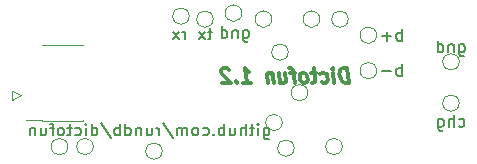
<source format=gbr>
G04 #@! TF.GenerationSoftware,KiCad,Pcbnew,(6.0.4)*
G04 #@! TF.CreationDate,2022-04-30T14:08:03+02:00*
G04 #@! TF.ProjectId,nRF52832_qfaa,6e524635-3238-4333-925f-716661612e6b,rev?*
G04 #@! TF.SameCoordinates,Original*
G04 #@! TF.FileFunction,Legend,Bot*
G04 #@! TF.FilePolarity,Positive*
%FSLAX45Y45*%
G04 Gerber Fmt 4.5, Leading zero omitted, Abs format (unit mm)*
G04 Created by KiCad (PCBNEW (6.0.4)) date 2022-04-30 14:08:03*
%MOMM*%
%LPD*%
G01*
G04 APERTURE LIST*
%ADD10C,0.120000*%
%ADD11C,0.150000*%
%ADD12C,0.300000*%
G04 APERTURE END LIST*
D10*
X3180080Y-3680460D02*
X3180080Y-3604260D01*
X3180080Y-3604260D02*
X3256280Y-3642360D01*
X3256280Y-3642360D02*
X3180080Y-3680460D01*
D11*
X4645019Y-3169438D02*
X4645019Y-3102771D01*
X4645019Y-3121819D02*
X4640257Y-3112295D01*
X4635495Y-3107533D01*
X4625971Y-3102771D01*
X4616448Y-3102771D01*
X4592638Y-3169438D02*
X4540257Y-3102771D01*
X4592638Y-3102771D02*
X4540257Y-3169438D01*
X5136348Y-3090071D02*
X5136348Y-3171024D01*
X5141110Y-3180548D01*
X5145871Y-3185309D01*
X5155395Y-3190071D01*
X5169681Y-3190071D01*
X5179205Y-3185309D01*
X5136348Y-3151976D02*
X5145871Y-3156738D01*
X5164919Y-3156738D01*
X5174443Y-3151976D01*
X5179205Y-3147214D01*
X5183967Y-3137690D01*
X5183967Y-3109119D01*
X5179205Y-3099595D01*
X5174443Y-3094833D01*
X5164919Y-3090071D01*
X5145871Y-3090071D01*
X5136348Y-3094833D01*
X5088729Y-3090071D02*
X5088729Y-3156738D01*
X5088729Y-3099595D02*
X5083967Y-3094833D01*
X5074443Y-3090071D01*
X5060157Y-3090071D01*
X5050633Y-3094833D01*
X5045871Y-3104357D01*
X5045871Y-3156738D01*
X4955395Y-3156738D02*
X4955395Y-3056738D01*
X4955395Y-3151976D02*
X4964919Y-3156738D01*
X4983967Y-3156738D01*
X4993490Y-3151976D01*
X4998252Y-3147214D01*
X5003014Y-3137690D01*
X5003014Y-3109119D01*
X4998252Y-3099595D01*
X4993490Y-3094833D01*
X4983967Y-3090071D01*
X4964919Y-3090071D01*
X4955395Y-3094833D01*
D12*
X6029189Y-3534086D02*
X6014189Y-3414086D01*
X5985618Y-3414086D01*
X5969189Y-3419800D01*
X5959189Y-3431228D01*
X5954903Y-3442657D01*
X5952046Y-3465514D01*
X5954189Y-3482657D01*
X5962761Y-3505514D01*
X5969903Y-3516943D01*
X5982761Y-3528371D01*
X6000618Y-3534086D01*
X6029189Y-3534086D01*
X5909189Y-3534086D02*
X5899189Y-3454086D01*
X5894189Y-3414086D02*
X5900618Y-3419800D01*
X5895618Y-3425514D01*
X5889189Y-3419800D01*
X5894189Y-3414086D01*
X5895618Y-3425514D01*
X5799903Y-3528371D02*
X5812046Y-3534086D01*
X5834903Y-3534086D01*
X5845618Y-3528371D01*
X5850618Y-3522657D01*
X5854903Y-3511228D01*
X5850618Y-3476943D01*
X5843475Y-3465514D01*
X5837046Y-3459800D01*
X5824903Y-3454086D01*
X5802046Y-3454086D01*
X5791332Y-3459800D01*
X5756332Y-3454086D02*
X5710618Y-3454086D01*
X5734189Y-3414086D02*
X5747046Y-3516943D01*
X5742761Y-3528371D01*
X5732046Y-3534086D01*
X5720618Y-3534086D01*
X5663475Y-3534086D02*
X5674189Y-3528371D01*
X5679189Y-3522657D01*
X5683475Y-3511228D01*
X5679189Y-3476943D01*
X5672046Y-3465514D01*
X5665618Y-3459800D01*
X5653475Y-3454086D01*
X5636332Y-3454086D01*
X5625618Y-3459800D01*
X5620618Y-3465514D01*
X5616332Y-3476943D01*
X5620618Y-3511228D01*
X5627761Y-3522657D01*
X5634189Y-3528371D01*
X5646332Y-3534086D01*
X5663475Y-3534086D01*
X5579189Y-3454086D02*
X5533475Y-3454086D01*
X5572046Y-3534086D02*
X5559189Y-3431228D01*
X5552046Y-3419800D01*
X5539904Y-3414086D01*
X5528475Y-3414086D01*
X5442046Y-3454086D02*
X5452046Y-3534086D01*
X5493475Y-3454086D02*
X5501332Y-3516943D01*
X5497046Y-3528371D01*
X5486332Y-3534086D01*
X5469189Y-3534086D01*
X5457046Y-3528371D01*
X5450618Y-3522657D01*
X5384904Y-3454086D02*
X5394904Y-3534086D01*
X5386332Y-3465514D02*
X5379904Y-3459800D01*
X5367761Y-3454086D01*
X5350618Y-3454086D01*
X5339904Y-3459800D01*
X5335618Y-3471228D01*
X5343475Y-3534086D01*
X5132046Y-3534086D02*
X5200618Y-3534086D01*
X5166332Y-3534086D02*
X5151332Y-3414086D01*
X5164904Y-3431228D01*
X5177761Y-3442657D01*
X5189904Y-3448371D01*
X5079189Y-3522657D02*
X5074189Y-3528371D01*
X5080618Y-3534086D01*
X5085618Y-3528371D01*
X5079189Y-3522657D01*
X5080618Y-3534086D01*
X5015618Y-3425514D02*
X5009189Y-3419800D01*
X4997046Y-3414086D01*
X4968475Y-3414086D01*
X4957761Y-3419800D01*
X4952761Y-3425514D01*
X4948475Y-3436943D01*
X4949904Y-3448371D01*
X4957761Y-3465514D01*
X5034904Y-3534086D01*
X4960618Y-3534086D01*
D11*
X5310067Y-3915571D02*
X5310067Y-3996524D01*
X5314829Y-4006048D01*
X5319590Y-4010809D01*
X5329114Y-4015571D01*
X5343400Y-4015571D01*
X5352924Y-4010809D01*
X5310067Y-3977476D02*
X5319590Y-3982238D01*
X5338638Y-3982238D01*
X5348162Y-3977476D01*
X5352924Y-3972714D01*
X5357686Y-3963190D01*
X5357686Y-3934619D01*
X5352924Y-3925095D01*
X5348162Y-3920333D01*
X5338638Y-3915571D01*
X5319590Y-3915571D01*
X5310067Y-3920333D01*
X5262448Y-3982238D02*
X5262448Y-3915571D01*
X5262448Y-3882238D02*
X5267210Y-3887000D01*
X5262448Y-3891762D01*
X5257686Y-3887000D01*
X5262448Y-3882238D01*
X5262448Y-3891762D01*
X5229114Y-3915571D02*
X5191019Y-3915571D01*
X5214829Y-3882238D02*
X5214829Y-3967952D01*
X5210067Y-3977476D01*
X5200543Y-3982238D01*
X5191019Y-3982238D01*
X5157686Y-3982238D02*
X5157686Y-3882238D01*
X5114829Y-3982238D02*
X5114829Y-3929857D01*
X5119590Y-3920333D01*
X5129114Y-3915571D01*
X5143400Y-3915571D01*
X5152924Y-3920333D01*
X5157686Y-3925095D01*
X5024352Y-3915571D02*
X5024352Y-3982238D01*
X5067210Y-3915571D02*
X5067210Y-3967952D01*
X5062448Y-3977476D01*
X5052924Y-3982238D01*
X5038638Y-3982238D01*
X5029114Y-3977476D01*
X5024352Y-3972714D01*
X4976733Y-3982238D02*
X4976733Y-3882238D01*
X4976733Y-3920333D02*
X4967210Y-3915571D01*
X4948162Y-3915571D01*
X4938638Y-3920333D01*
X4933876Y-3925095D01*
X4929114Y-3934619D01*
X4929114Y-3963190D01*
X4933876Y-3972714D01*
X4938638Y-3977476D01*
X4948162Y-3982238D01*
X4967210Y-3982238D01*
X4976733Y-3977476D01*
X4886257Y-3972714D02*
X4881495Y-3977476D01*
X4886257Y-3982238D01*
X4891019Y-3977476D01*
X4886257Y-3972714D01*
X4886257Y-3982238D01*
X4795781Y-3977476D02*
X4805305Y-3982238D01*
X4824352Y-3982238D01*
X4833876Y-3977476D01*
X4838638Y-3972714D01*
X4843400Y-3963190D01*
X4843400Y-3934619D01*
X4838638Y-3925095D01*
X4833876Y-3920333D01*
X4824352Y-3915571D01*
X4805305Y-3915571D01*
X4795781Y-3920333D01*
X4738638Y-3982238D02*
X4748162Y-3977476D01*
X4752924Y-3972714D01*
X4757686Y-3963190D01*
X4757686Y-3934619D01*
X4752924Y-3925095D01*
X4748162Y-3920333D01*
X4738638Y-3915571D01*
X4724352Y-3915571D01*
X4714829Y-3920333D01*
X4710067Y-3925095D01*
X4705305Y-3934619D01*
X4705305Y-3963190D01*
X4710067Y-3972714D01*
X4714829Y-3977476D01*
X4724352Y-3982238D01*
X4738638Y-3982238D01*
X4662448Y-3982238D02*
X4662448Y-3915571D01*
X4662448Y-3925095D02*
X4657686Y-3920333D01*
X4648162Y-3915571D01*
X4633876Y-3915571D01*
X4624352Y-3920333D01*
X4619590Y-3929857D01*
X4619590Y-3982238D01*
X4619590Y-3929857D02*
X4614829Y-3920333D01*
X4605305Y-3915571D01*
X4591019Y-3915571D01*
X4581495Y-3920333D01*
X4576733Y-3929857D01*
X4576733Y-3982238D01*
X4457686Y-3877476D02*
X4543400Y-4006048D01*
X4424352Y-3982238D02*
X4424352Y-3915571D01*
X4424352Y-3934619D02*
X4419590Y-3925095D01*
X4414829Y-3920333D01*
X4405305Y-3915571D01*
X4395781Y-3915571D01*
X4319590Y-3915571D02*
X4319590Y-3982238D01*
X4362448Y-3915571D02*
X4362448Y-3967952D01*
X4357686Y-3977476D01*
X4348162Y-3982238D01*
X4333876Y-3982238D01*
X4324352Y-3977476D01*
X4319590Y-3972714D01*
X4271971Y-3915571D02*
X4271971Y-3982238D01*
X4271971Y-3925095D02*
X4267210Y-3920333D01*
X4257686Y-3915571D01*
X4243400Y-3915571D01*
X4233876Y-3920333D01*
X4229114Y-3929857D01*
X4229114Y-3982238D01*
X4138638Y-3982238D02*
X4138638Y-3882238D01*
X4138638Y-3977476D02*
X4148162Y-3982238D01*
X4167209Y-3982238D01*
X4176733Y-3977476D01*
X4181495Y-3972714D01*
X4186257Y-3963190D01*
X4186257Y-3934619D01*
X4181495Y-3925095D01*
X4176733Y-3920333D01*
X4167209Y-3915571D01*
X4148162Y-3915571D01*
X4138638Y-3920333D01*
X4091019Y-3982238D02*
X4091019Y-3882238D01*
X4091019Y-3920333D02*
X4081495Y-3915571D01*
X4062448Y-3915571D01*
X4052924Y-3920333D01*
X4048162Y-3925095D01*
X4043400Y-3934619D01*
X4043400Y-3963190D01*
X4048162Y-3972714D01*
X4052924Y-3977476D01*
X4062448Y-3982238D01*
X4081495Y-3982238D01*
X4091019Y-3977476D01*
X3929114Y-3877476D02*
X4014828Y-4006048D01*
X3852924Y-3982238D02*
X3852924Y-3882238D01*
X3852924Y-3977476D02*
X3862448Y-3982238D01*
X3881495Y-3982238D01*
X3891019Y-3977476D01*
X3895781Y-3972714D01*
X3900543Y-3963190D01*
X3900543Y-3934619D01*
X3895781Y-3925095D01*
X3891019Y-3920333D01*
X3881495Y-3915571D01*
X3862448Y-3915571D01*
X3852924Y-3920333D01*
X3805305Y-3982238D02*
X3805305Y-3915571D01*
X3805305Y-3882238D02*
X3810067Y-3887000D01*
X3805305Y-3891762D01*
X3800543Y-3887000D01*
X3805305Y-3882238D01*
X3805305Y-3891762D01*
X3714828Y-3977476D02*
X3724352Y-3982238D01*
X3743400Y-3982238D01*
X3752924Y-3977476D01*
X3757686Y-3972714D01*
X3762448Y-3963190D01*
X3762448Y-3934619D01*
X3757686Y-3925095D01*
X3752924Y-3920333D01*
X3743400Y-3915571D01*
X3724352Y-3915571D01*
X3714828Y-3920333D01*
X3686257Y-3915571D02*
X3648162Y-3915571D01*
X3671971Y-3882238D02*
X3671971Y-3967952D01*
X3667209Y-3977476D01*
X3657686Y-3982238D01*
X3648162Y-3982238D01*
X3600543Y-3982238D02*
X3610067Y-3977476D01*
X3614828Y-3972714D01*
X3619590Y-3963190D01*
X3619590Y-3934619D01*
X3614828Y-3925095D01*
X3610067Y-3920333D01*
X3600543Y-3915571D01*
X3586257Y-3915571D01*
X3576733Y-3920333D01*
X3571971Y-3925095D01*
X3567209Y-3934619D01*
X3567209Y-3963190D01*
X3571971Y-3972714D01*
X3576733Y-3977476D01*
X3586257Y-3982238D01*
X3600543Y-3982238D01*
X3538638Y-3915571D02*
X3500543Y-3915571D01*
X3524352Y-3982238D02*
X3524352Y-3896524D01*
X3519590Y-3887000D01*
X3510067Y-3882238D01*
X3500543Y-3882238D01*
X3424352Y-3915571D02*
X3424352Y-3982238D01*
X3467209Y-3915571D02*
X3467209Y-3967952D01*
X3462448Y-3977476D01*
X3452924Y-3982238D01*
X3438638Y-3982238D01*
X3429114Y-3977476D01*
X3424352Y-3972714D01*
X3376733Y-3915571D02*
X3376733Y-3982238D01*
X3376733Y-3925095D02*
X3371971Y-3920333D01*
X3362448Y-3915571D01*
X3348162Y-3915571D01*
X3338638Y-3920333D01*
X3333876Y-3929857D01*
X3333876Y-3982238D01*
X4872824Y-3102771D02*
X4834729Y-3102771D01*
X4858538Y-3069438D02*
X4858538Y-3155152D01*
X4853776Y-3164676D01*
X4844252Y-3169438D01*
X4834729Y-3169438D01*
X4810919Y-3169438D02*
X4758538Y-3102771D01*
X4810919Y-3102771D02*
X4758538Y-3169438D01*
X6479613Y-3178698D02*
X6479613Y-3078698D01*
X6479613Y-3116793D02*
X6470089Y-3112031D01*
X6451042Y-3112031D01*
X6441518Y-3116793D01*
X6436756Y-3121555D01*
X6431994Y-3131079D01*
X6431994Y-3159650D01*
X6436756Y-3169174D01*
X6441518Y-3173936D01*
X6451042Y-3178698D01*
X6470089Y-3178698D01*
X6479613Y-3173936D01*
X6389137Y-3140603D02*
X6312947Y-3140603D01*
X6351042Y-3178698D02*
X6351042Y-3102508D01*
X6962947Y-3903936D02*
X6972470Y-3908698D01*
X6991518Y-3908698D01*
X7001042Y-3903936D01*
X7005804Y-3899174D01*
X7010566Y-3889650D01*
X7010566Y-3861079D01*
X7005804Y-3851555D01*
X7001042Y-3846793D01*
X6991518Y-3842031D01*
X6972470Y-3842031D01*
X6962947Y-3846793D01*
X6920089Y-3908698D02*
X6920089Y-3808698D01*
X6877232Y-3908698D02*
X6877232Y-3856317D01*
X6881994Y-3846793D01*
X6891518Y-3842031D01*
X6905804Y-3842031D01*
X6915328Y-3846793D01*
X6920089Y-3851555D01*
X6786756Y-3842031D02*
X6786756Y-3922984D01*
X6791518Y-3932508D01*
X6796280Y-3937269D01*
X6805804Y-3942031D01*
X6820089Y-3942031D01*
X6829613Y-3937269D01*
X6786756Y-3903936D02*
X6796280Y-3908698D01*
X6815328Y-3908698D01*
X6824851Y-3903936D01*
X6829613Y-3899174D01*
X6834375Y-3889650D01*
X6834375Y-3861079D01*
X6829613Y-3851555D01*
X6824851Y-3846793D01*
X6815328Y-3842031D01*
X6796280Y-3842031D01*
X6786756Y-3846793D01*
X6965328Y-3212031D02*
X6965328Y-3292984D01*
X6970089Y-3302508D01*
X6974851Y-3307269D01*
X6984375Y-3312031D01*
X6998661Y-3312031D01*
X7008185Y-3307269D01*
X6965328Y-3273936D02*
X6974851Y-3278698D01*
X6993899Y-3278698D01*
X7003423Y-3273936D01*
X7008185Y-3269174D01*
X7012947Y-3259650D01*
X7012947Y-3231079D01*
X7008185Y-3221555D01*
X7003423Y-3216793D01*
X6993899Y-3212031D01*
X6974851Y-3212031D01*
X6965328Y-3216793D01*
X6917708Y-3212031D02*
X6917708Y-3278698D01*
X6917708Y-3221555D02*
X6912947Y-3216793D01*
X6903423Y-3212031D01*
X6889137Y-3212031D01*
X6879613Y-3216793D01*
X6874851Y-3226317D01*
X6874851Y-3278698D01*
X6784375Y-3278698D02*
X6784375Y-3178698D01*
X6784375Y-3273936D02*
X6793899Y-3278698D01*
X6812947Y-3278698D01*
X6822470Y-3273936D01*
X6827232Y-3269174D01*
X6831994Y-3259650D01*
X6831994Y-3231079D01*
X6827232Y-3221555D01*
X6822470Y-3216793D01*
X6812947Y-3212031D01*
X6793899Y-3212031D01*
X6784375Y-3216793D01*
X6479613Y-3478698D02*
X6479613Y-3378698D01*
X6479613Y-3416793D02*
X6470089Y-3412031D01*
X6451042Y-3412031D01*
X6441518Y-3416793D01*
X6436756Y-3421555D01*
X6431994Y-3431079D01*
X6431994Y-3459650D01*
X6436756Y-3469174D01*
X6441518Y-3473936D01*
X6451042Y-3478698D01*
X6470089Y-3478698D01*
X6479613Y-3473936D01*
X6389137Y-3440603D02*
X6312947Y-3440603D01*
D10*
X3429284Y-3219696D02*
X3429284Y-3213196D01*
X3782284Y-3860196D02*
X3782284Y-3853696D01*
X3296784Y-3853696D02*
X3429284Y-3853696D01*
X3429284Y-3213196D02*
X3782284Y-3213196D01*
X3429284Y-3860196D02*
X3782284Y-3860196D01*
X3782284Y-3219696D02*
X3782284Y-3213196D01*
X3429284Y-3860196D02*
X3429284Y-3853696D01*
X6266280Y-3133460D02*
G75*
G03*
X6266280Y-3133460I-70000J0D01*
G01*
X6966280Y-3708460D02*
G75*
G03*
X6966280Y-3708460I-70000J0D01*
G01*
X6966280Y-3358460D02*
G75*
G03*
X6966280Y-3358460I-70000J0D01*
G01*
X6266280Y-3433460D02*
G75*
G03*
X6266280Y-3433460I-70000J0D01*
G01*
X4680100Y-2971800D02*
G75*
G03*
X4680100Y-2971800I-70000J0D01*
G01*
X4883300Y-2997200D02*
G75*
G03*
X4883300Y-2997200I-70000J0D01*
G01*
X5124600Y-2946400D02*
G75*
G03*
X5124600Y-2946400I-70000J0D01*
G01*
X5683400Y-3619500D02*
G75*
G03*
X5683400Y-3619500I-70000J0D01*
G01*
X6026300Y-2997200D02*
G75*
G03*
X6026300Y-2997200I-70000J0D01*
G01*
X5569100Y-4089400D02*
G75*
G03*
X5569100Y-4089400I-70000J0D01*
G01*
X3867300Y-4076700D02*
G75*
G03*
X3867300Y-4076700I-70000J0D01*
G01*
X5785000Y-2997200D02*
G75*
G03*
X5785000Y-2997200I-70000J0D01*
G01*
X5975500Y-4076700D02*
G75*
G03*
X5975500Y-4076700I-70000J0D01*
G01*
X3651400Y-4076700D02*
G75*
G03*
X3651400Y-4076700I-70000J0D01*
G01*
X4451500Y-4114800D02*
G75*
G03*
X4451500Y-4114800I-70000J0D01*
G01*
X5378600Y-2997200D02*
G75*
G03*
X5378600Y-2997200I-70000J0D01*
G01*
X5518300Y-3276600D02*
G75*
G03*
X5518300Y-3276600I-70000J0D01*
G01*
X5467500Y-3873500D02*
G75*
G03*
X5467500Y-3873500I-70000J0D01*
G01*
M02*

</source>
